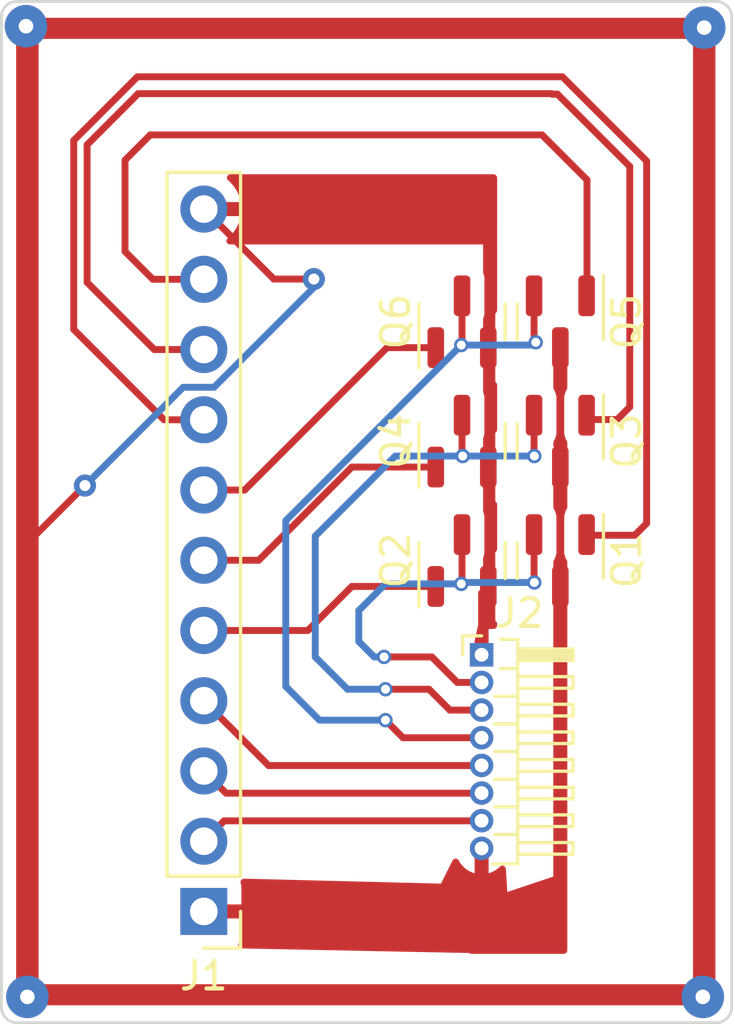
<source format=kicad_pcb>
(kicad_pcb (version 20211014) (generator pcbnew)
  (layers (0 "F.Cu" signal) (31 "B.Cu" signal) (34 "B.Paste" user) (35 "F.Paste" user) (36 "B.SilkS" user "B.Silkscreen") (37 "F.SilkS" user "F.Silkscreen") (38 "B.Mask" user) (39 "F.Mask" user) (44 "Edge.Cuts" user))
  (net 0 "")
  (net 1 "VDD_Ctrl")
  (net 2 "UHS")
  (net 3 "ULS")
  (net 4 "VHS")
  (net 5 "VLS")
  (net 6 "WHS")
  (net 7 "WLS")
  (net 8 "U")
  (net 9 "V")
  (net 10 "W")
  (net 11 "GND")
  (net 12 "HU")
  (net 13 "HV")
  (net 14 "HW")
  (footprint "Connector_PinHeader_1.00mm:PinHeader_1x08_P1.00mm_Horizontal" (layer "F.Cu") (at 144.701699 110.869603)
    (fp_text reference "J2" (at 1.375 -1.5) (layer "F.SilkS"))
    (fp_text value "Conn_01x08")
    (fp_line (start 3.31 4.79) (end 3.31 5.21) (layer "F.SilkS") (width 0.12))
    (fp_line (start 1.31 6.79) (end 3.31 6.79) (layer "F.SilkS") (width 0.12))
    (fp_line (start 3.31 2.79) (end 3.31 3.21) (layer "F.SilkS") (width 0.12))
    (fp_line (start 3.31 5.79) (end 3.31 6.21) (layer "F.SilkS") (width 0.12))
    (fp_line (start 3.31 4.21) (end 1.31 4.21) (layer "F.SilkS") (width 0.12))
    (fp_line (start 1.31 0.09) (end 3.31 0.09) (layer "F.SilkS") (width 0.12))
    (fp_line (start 1.31 1.79) (end 3.31 1.79) (layer "F.SilkS") (width 0.12))
    (fp_line (start 1.31 4.79) (end 3.31 4.79) (layer "F.SilkS") (width 0.12))
    (fp_line (start 0.685 -0.56) (end 1.31 -0.56) (layer "F.SilkS") (width 0.12))
    (fp_line (start 1.31 7.56) (end 0.394493 7.56) (layer "F.SilkS") (width 0.12))
    (fp_line (start 1.31 -0.15) (end 3.31 -0.15) (layer "F.SilkS") (width 0.12))
    (fp_line (start 0.468215 3.5) (end 1.31 3.5) (layer "F.SilkS") (width 0.12))
    (fp_line (start 0.685 0.5) (end 1.31 0.5) (layer "F.SilkS") (width 0.12))
    (fp_line (start 3.31 1.21) (end 1.31 1.21) (layer "F.SilkS") (width 0.12))
    (fp_line (start 0.468215 2.5) (end 1.31 2.5) (layer "F.SilkS") (width 0.12))
    (fp_line (start 3.31 0.21) (end 1.31 0.21) (layer "F.SilkS") (width 0.12))
    (fp_line (start 3.31 6.79) (end 3.31 7.21) (layer "F.SilkS") (width 0.12))
    (fp_line (start 1.31 3.79) (end 3.31 3.79) (layer "F.SilkS") (width 0.12))
    (fp_line (start 1.31 -0.03) (end 3.31 -0.03) (layer "F.SilkS") (width 0.12))
    (fp_line (start 3.31 1.79) (end 3.31 2.21) (layer "F.SilkS") (width 0.12))
    (fp_line (start 1.31 -0.21) (end 3.31 -0.21) (layer "F.SilkS") (width 0.12))
    (fp_line (start -0.685 0) (end -0.685 -0.685) (layer "F.SilkS") (width 0.12))
    (fp_line (start 3.31 6.21) (end 1.31 6.21) (layer "F.SilkS") (width 0.12))
    (fp_line (start -0.685 -0.685) (end 0 -0.685) (layer "F.SilkS") (width 0.12))
    (fp_line (start 3.31 3.21) (end 1.31 3.21) (layer "F.SilkS") (width 0.12))
    (fp_line (start 3.31 2.21) (end 1.31 2.21) (layer "F.SilkS") (width 0.12))
    (fp_line (start 0.468215 4.5) (end 1.31 4.5) (layer "F.SilkS") (width 0.12))
    (fp_line (start 3.31 7.21) (end 1.31 7.21) (layer "F.SilkS") (width 0.12))
    (fp_line (start 1.31 2.79) (end 3.31 2.79) (layer "F.SilkS") (width 0.12))
    (fp_line (start 3.31 0.79) (end 3.31 1.21) (layer "F.SilkS") (width 0.12))
    (fp_line (start 0.468215 1.5) (end 1.31 1.5) (layer "F.SilkS") (width 0.12))
    (fp_line (start 3.31 5.21) (end 1.31 5.21) (layer "F.SilkS") (width 0.12))
    (fp_line (start 1.31 -0.56) (end 1.31 7.56) (layer "F.SilkS") (width 0.12))
    (fp_line (start 1.31 0.79) (end 3.31 0.79) (layer "F.SilkS") (width 0.12))
    (fp_line (start 3.31 -0.21) (end 3.31 0.21) (layer "F.SilkS") (width 0.12))
    (fp_line (start 3.31 3.79) (end 3.31 4.21) (layer "F.SilkS") (width 0.12))
    (fp_line (start 0.468215 5.5) (end 1.31 5.5) (layer "F.SilkS") (width 0.12))
    (fp_line (start 0.468215 6.5) (end 1.31 6.5) (layer "F.SilkS") (width 0.12))
    (fp_line (start 1.31 5.79) (end 3.31 5.79) (layer "F.SilkS") (width 0.12))
    (pad "1" thru_hole rect (at 0 0) (size 0.85 0.85) (drill 0.5) (layers *.Cu *.Mask) (net 11 "GND"))
    (pad "2" thru_hole oval (at 0 1) (size 0.85 0.85) (drill 0.5) (layers *.Cu *.Mask) (net 8 "U"))
    (pad "3" thru_hole oval (at -0.000004 2.000003) (size 0.85 0.85) (drill 0.5) (layers *.Cu *.Mask) (net 9 "V"))
    (pad "4" thru_hole oval (at 0 3) (size 0.85 0.85) (drill 0.5) (layers *.Cu *.Mask) (net 10 "W"))
    (pad "5" thru_hole oval (at 0 4) (size 0.85 0.85) (drill 0.5) (layers *.Cu *.Mask) (net 14 "HW"))
    (pad "6" thru_hole oval (at 0 5) (size 0.85 0.85) (drill 0.5) (layers *.Cu *.Mask) (net 13 "HV"))
    (pad "7" thru_hole oval (at 0 6) (size 0.85 0.85) (drill 0.5) (layers *.Cu *.Mask) (net 12 "HU"))
    (pad "8" thru_hole oval (at 0 7) (size 0.85 0.85) (drill 0.5) (layers *.Cu *.Mask) (net 1 "VDD_Ctrl"))
  )
  (footprint "Package_TO_SOT_SMD:SOT-23" (layer "F.Cu") (at 143.993899 103.142803 90)
    (fp_text reference "Q4" (at 0 -2.4 90) (layer "F.SilkS"))
    (fp_text value "MMBF170")
    (fp_line (start 0 -1.56) (end 0.65 -1.56) (layer "F.SilkS") (width 0.12))
    (fp_line (start 0 1.56) (end -0.65 1.56) (layer "F.SilkS") (width 0.12))
    (fp_line (start 0 1.56) (end 0.65 1.56) (layer "F.SilkS") (width 0.12))
    (fp_line (start 0 -1.56) (end -1.675 -1.56) (layer "F.SilkS") (width 0.12))
    (pad "1" smd roundrect (at -0.9375 -0.95 90) (size 1.475 0.6) (layers "F.Cu" "F.Paste" "F.Mask") (net 5 "VLS"))
    (pad "2" smd roundrect (at -0.9375 0.95 90) (size 1.475 0.6) (layers "F.Cu" "F.Paste" "F.Mask") (net 11 "GND"))
    (pad "3" smd roundrect (at 0.9375 0 90) (size 1.475 0.6) (layers "F.Cu" "F.Paste" "F.Mask") (net 9 "V"))
  )
  (footprint "Connector_PinHeader_2.54mm:PinHeader_1x11_P2.54mm_Vertical" (layer "F.Cu") (at 134.652899 120.150803 180)
    (fp_text reference "J1" (at 0 -2.33 180) (layer "F.SilkS"))
    (fp_text value "Conn_01x11")
    (fp_line (start -1.33 0) (end -1.33 -1.33) (layer "F.SilkS") (width 0.12))
    (fp_line (start 1.33 1.27) (end 1.33 26.73) (layer "F.SilkS") (width 0.12))
    (fp_line (start -1.33 1.27) (end 1.33 1.27) (layer "F.SilkS") (width 0.12))
    (fp_line (start -1.33 1.27) (end -1.33 26.73) (layer "F.SilkS") (width 0.12))
    (fp_line (start -1.33 26.73) (end 1.33 26.73) (layer "F.SilkS") (width 0.12))
    (fp_line (start -1.33 -1.33) (end 0 -1.33) (layer "F.SilkS") (width 0.12))
    (pad "1" thru_hole rect (at 0 0 180) (size 1.7 1.7) (drill 1) (layers *.Cu *.Mask) (net 1 "VDD_Ctrl"))
    (pad "2" thru_hole oval (at 0 2.54 180) (size 1.7 1.7) (drill 1) (layers *.Cu *.Mask) (net 12 "HU"))
    (pad "3" thru_hole oval (at 0 5.08 180) (size 1.7 1.7) (drill 1) (layers *.Cu *.Mask) (net 13 "HV"))
    (pad "4" thru_hole oval (at 0 7.62 180) (size 1.7 1.7) (drill 1) (layers *.Cu *.Mask) (net 14 "HW"))
    (pad "5" thru_hole oval (at 0 10.16 180) (size 1.7 1.7) (drill 1) (layers *.Cu *.Mask) (net 3 "ULS"))
    (pad "6" thru_hole oval (at 0 12.7 180) (size 1.7 1.7) (drill 1) (layers *.Cu *.Mask) (net 5 "VLS"))
    (pad "7" thru_hole oval (at 0 15.24 180) (size 1.7 1.7) (drill 1) (layers *.Cu *.Mask) (net 7 "WLS"))
    (pad "8" thru_hole oval (at 0 17.78 180) (size 1.7 1.7) (drill 1) (layers *.Cu *.Mask) (net 2 "UHS"))
    (pad "9" thru_hole oval (at 0 20.32 180) (size 1.7 1.7) (drill 1) (layers *.Cu *.Mask) (net 4 "VHS"))
    (pad "10" thru_hole oval (at 0 22.86 180) (size 1.7 1.7) (drill 1) (layers *.Cu *.Mask) (net 6 "WHS"))
    (pad "11" thru_hole oval (at 0 25.4 180) (size 1.7 1.7) (drill 1) (layers *.Cu *.Mask) (net 11 "GND"))
  )
  (footprint "Package_TO_SOT_SMD:SOT-23" (layer "F.Cu") (at 143.993899 107.460803 90)
    (fp_text reference "Q2" (at 0 -2.4 90) (layer "F.SilkS"))
    (fp_text value "MMBF170")
    (fp_line (start 0 -1.56) (end -1.675 -1.56) (layer "F.SilkS") (width 0.12))
    (fp_line (start 0 1.56) (end -0.65 1.56) (layer "F.SilkS") (width 0.12))
    (fp_line (start 0 1.56) (end 0.65 1.56) (layer "F.SilkS") (width 0.12))
    (fp_line (start 0 -1.56) (end 0.65 -1.56) (layer "F.SilkS") (width 0.12))
    (pad "1" smd roundrect (at -0.9375 -0.95 90) (size 1.475 0.6) (layers "F.Cu" "F.Paste" "F.Mask") (net 3 "ULS"))
    (pad "2" smd roundrect (at -0.9375 0.95 90) (size 1.475 0.6) (layers "F.Cu" "F.Paste" "F.Mask") (net 11 "GND"))
    (pad "3" smd roundrect (at 0.9375 0 90) (size 1.475 0.6) (layers "F.Cu" "F.Paste" "F.Mask") (net 8 "U"))
  )
  (footprint "Package_TO_SOT_SMD:SOT-23" (layer "F.Cu") (at 147.549899 103.142803 -90)
    (fp_text reference "Q3" (at 0 -2.4 90) (layer "F.SilkS"))
    (fp_text value "MMBF170")
    (fp_line (start 0 1.56) (end 0.65 1.56) (layer "F.SilkS") (width 0.12))
    (fp_line (start 0 -1.56) (end -1.675 -1.56) (layer "F.SilkS") (width 0.12))
    (fp_line (start 0 -1.56) (end 0.65 -1.56) (layer "F.SilkS") (width 0.12))
    (fp_line (start 0 1.56) (end -0.65 1.56) (layer "F.SilkS") (width 0.12))
    (pad "1" smd roundrect (at -0.9375 -0.95 270) (size 1.475 0.6) (layers "F.Cu" "F.Paste" "F.Mask") (net 4 "VHS"))
    (pad "2" smd roundrect (at -0.9375 0.95 270) (size 1.475 0.6) (layers "F.Cu" "F.Paste" "F.Mask") (net 9 "V"))
    (pad "3" smd roundrect (at 0.9375 0 270) (size 1.475 0.6) (layers "F.Cu" "F.Paste" "F.Mask") (net 1 "VDD_Ctrl"))
  )
  (footprint "Package_TO_SOT_SMD:SOT-23" (layer "F.Cu") (at 147.549899 98.824803 -90)
    (fp_text reference "Q5" (at 0 -2.4 90) (layer "F.SilkS"))
    (fp_text value "MMBF170")
    (fp_line (start 0 -1.56) (end -1.675 -1.56) (layer "F.SilkS") (width 0.12))
    (fp_line (start 0 1.56) (end 0.65 1.56) (layer "F.SilkS") (width 0.12))
    (fp_line (start 0 1.56) (end -0.65 1.56) (layer "F.SilkS") (width 0.12))
    (fp_line (start 0 -1.56) (end 0.65 -1.56) (layer "F.SilkS") (width 0.12))
    (pad "1" smd roundrect (at -0.9375 -0.95 270) (size 1.475 0.6) (layers "F.Cu" "F.Paste" "F.Mask") (net 6 "WHS"))
    (pad "2" smd roundrect (at -0.9375 0.95 270) (size 1.475 0.6) (layers "F.Cu" "F.Paste" "F.Mask") (net 10 "W"))
    (pad "3" smd roundrect (at 0.9375 0 270) (size 1.475 0.6) (layers "F.Cu" "F.Paste" "F.Mask") (net 1 "VDD_Ctrl"))
  )
  (footprint "Package_TO_SOT_SMD:SOT-23" (layer "F.Cu") (at 143.993899 98.824803 90)
    (fp_text reference "Q6" (at 0 -2.4 90) (layer "F.SilkS"))
    (fp_text value "MMBF170")
    (fp_line (start 0 1.56) (end 0.65 1.56) (layer "F.SilkS") (width 0.12))
    (fp_line (start 0 -1.56) (end -1.675 -1.56) (layer "F.SilkS") (width 0.12))
    (fp_line (start 0 1.56) (end -0.65 1.56) (layer "F.SilkS") (width 0.12))
    (fp_line (start 0 -1.56) (end 0.65 -1.56) (layer "F.SilkS") (width 0.12))
    (pad "1" smd roundrect (at -0.9375 -0.95 90) (size 1.475 0.6) (layers "F.Cu" "F.Paste" "F.Mask") (net 7 "WLS"))
    (pad "2" smd roundrect (at -0.9375 0.95 90) (size 1.475 0.6) (layers "F.Cu" "F.Paste" "F.Mask") (net 11 "GND"))
    (pad "3" smd roundrect (at 0.9375 0 90) (size 1.475 0.6) (layers "F.Cu" "F.Paste" "F.Mask") (net 10 "W"))
  )
  (footprint "Package_TO_SOT_SMD:SOT-23" (layer "F.Cu") (at 147.549899 107.460803 -90)
    (fp_text reference "Q1" (at 0 -2.4 90) (layer "F.SilkS"))
    (fp_text value "MMBF170")
    (fp_line (start 0 -1.56) (end -1.675 -1.56) (layer "F.SilkS") (width 0.12))
    (fp_line (start 0 -1.56) (end 0.65 -1.56) (layer "F.SilkS") (width 0.12))
    (fp_line (start 0 1.56) (end 0.65 1.56) (layer "F.SilkS") (width 0.12))
    (fp_line (start 0 1.56) (end -0.65 1.56) (layer "F.SilkS") (width 0.12))
    (pad "1" smd roundrect (at -0.9375 -0.95 270) (size 1.475 0.6) (layers "F.Cu" "F.Paste" "F.Mask") (net 2 "UHS"))
    (pad "2" smd roundrect (at -0.9375 0.95 270) (size 1.475 0.6) (layers "F.Cu" "F.Paste" "F.Mask") (net 8 "U"))
    (pad "3" smd roundrect (at 0.9375 0 270) (size 1.475 0.6) (layers "F.Cu" "F.Paste" "F.Mask") (net 1 "VDD_Ctrl"))
  )
  (gr_line (start 127.890299 87.242403) (end 153.188699 87.242403) (layer "Edge.Cuts") (width 0.1))
  (gr_arc (start 127.892603 124.176307) (mid 127.495843 124.011963) (end 127.331499 123.615203) (layer "Edge.Cuts") (width 0.1))
  (gr_arc (start 153.188699 87.240099) (mid 153.585459 87.404443) (end 153.749803 87.801203) (layer "Edge.Cuts") (width 0.1))
  (gr_line (start 153.188699 124.174003) (end 127.892603 124.174003) (layer "Edge.Cuts") (width 0.1))
  (gr_arc (start 127.329195 87.803507) (mid 127.493539 87.406747) (end 127.890299 87.242403) (layer "Edge.Cuts") (width 0.1))
  (gr_line (start 153.749803 87.801203) (end 153.749803 123.612899) (layer "Edge.Cuts") (width 0.1))
  (gr_line (start 127.331499 123.615203) (end 127.331499 87.803507) (layer "Edge.Cuts") (width 0.1))
  (gr_arc (start 153.749803 123.612899) (mid 153.585459 124.009659) (end 153.188699 124.174003) (layer "Edge.Cuts") (width 0.1))
  (segment (start 144.701699 117.869603) (end 144.701699 118.792603) (width 0.25) (layer "F.Cu") (net 1))
  (segment (start 143.343499 120.150803) (end 134.652899 120.150803) (width 0.25) (layer "F.Cu") (net 1))
  (segment (start 144.701699 118.792603) (end 143.343499 120.150803) (width 0.25) (layer "F.Cu") (net 1))
  (segment (start 129.9464 99.102904) (end 133.214299 102.370803) (width 0.25) (layer "F.Cu") (net 2))
  (segment (start 150.242299 106.546403) (end 150.6728 106.115902) (width 0.25) (layer "F.Cu") (net 2))
  (segment (start 133.214299 102.370803) (end 134.652899 102.370803) (width 0.25) (layer "F.Cu") (net 2))
  (segment (start 148.522999 106.546403) (end 150.242299 106.546403) (width 0.25) (layer "F.Cu") (net 2))
  (segment (start 129.9464 92.271506) (end 129.9464 99.102904) (width 0.25) (layer "F.Cu") (net 2))
  (segment (start 132.251106 89.9668) (end 129.9464 92.271506) (width 0.25) (layer "F.Cu") (net 2))
  (segment (start 150.6728 106.115902) (end 150.6728 93.0148) (width 0.25) (layer "F.Cu") (net 2))
  (segment (start 147.6248 89.9668) (end 132.251106 89.9668) (width 0.25) (layer "F.Cu") (net 2))
  (segment (start 150.6728 93.0148) (end 147.6248 89.9668) (width 0.25) (layer "F.Cu") (net 2))
  (segment (start 148.499899 106.523303) (end 148.522999 106.546403) (width 0.25) (layer "F.Cu") (net 2))
  (segment (start 138.415899 109.990803) (end 140.008399 108.398303) (width 0.25) (layer "F.Cu") (net 3))
  (segment (start 134.652899 109.990803) (end 138.415899 109.990803) (width 0.25) (layer "F.Cu") (net 3))
  (segment (start 140.008399 108.398303) (end 143.043899 108.398303) (width 0.25) (layer "F.Cu") (net 3))
  (segment (start 132.858699 99.830803) (end 130.430299 97.402403) (width 0.25) (layer "F.Cu") (net 4))
  (segment (start 150.0632 93.211403) (end 147.447 90.595203) (width 0.25) (layer "F.Cu") (net 4))
  (segment (start 148.499899 102.205303) (end 148.656596 102.362) (width 0.25) (layer "F.Cu") (net 4))
  (segment (start 147.231608 90.5764) (end 147.250404 90.595196) (width 0.25) (layer "F.Cu") (net 4))
  (segment (start 147.250397 90.595203) (end 147.448299 90.595203) (width 0.25) (layer "F.Cu") (net 4))
  (segment (start 130.430299 92.424003) (end 132.259099 90.595203) (width 0.25) (layer "F.Cu") (net 4))
  (segment (start 132.277891 90.5764) (end 147.231608 90.5764) (width 0.25) (layer "F.Cu") (net 4))
  (segment (start 130.430299 97.402403) (end 130.430299 92.424003) (width 0.25) (layer "F.Cu") (net 4))
  (segment (start 147.447 90.595203) (end 147.250397 90.595203) (width 0.25) (layer "F.Cu") (net 4))
  (segment (start 148.656596 102.362) (end 149.606 102.362) (width 0.25) (layer "F.Cu") (net 4))
  (segment (start 132.259095 90.595196) (end 132.277891 90.5764) (width 0.25) (layer "F.Cu") (net 4))
  (segment (start 134.652899 99.830803) (end 132.858699 99.830803) (width 0.25) (layer "F.Cu") (net 4))
  (segment (start 150.0632 101.9048) (end 150.0632 93.211403) (width 0.25) (layer "F.Cu") (net 4))
  (segment (start 149.606 102.362) (end 150.0632 101.9048) (width 0.25) (layer "F.Cu") (net 4))
  (segment (start 140.008399 104.080303) (end 143.043899 104.080303) (width 0.25) (layer "F.Cu") (net 5))
  (segment (start 136.637899 107.450803) (end 140.008399 104.080303) (width 0.25) (layer "F.Cu") (net 5))
  (segment (start 134.652899 107.450803) (end 136.637899 107.450803) (width 0.25) (layer "F.Cu") (net 5))
  (segment (start 134.652899 97.290803) (end 132.807899 97.290803) (width 0.25) (layer "F.Cu") (net 6))
  (segment (start 131.801899 96.284803) (end 131.801899 92.982803) (width 0.25) (layer "F.Cu") (net 6))
  (segment (start 148.515099 93.694003) (end 148.515099 97.872103) (width 0.25) (layer "F.Cu") (net 6))
  (segment (start 132.716299 92.068403) (end 146.889499 92.068403) (width 0.25) (layer "F.Cu") (net 6))
  (segment (start 146.889499 92.068403) (end 148.515099 93.694003) (width 0.25) (layer "F.Cu") (net 6))
  (segment (start 132.807899 97.290803) (end 131.801899 96.284803) (width 0.25) (layer "F.Cu") (net 6))
  (segment (start 148.515099 97.872103) (end 148.499899 97.887303) (width 0.25) (layer "F.Cu") (net 6))
  (segment (start 131.801899 92.982803) (end 132.716299 92.068403) (width 0.25) (layer "F.Cu") (net 6))
  (segment (start 136.129899 104.910803) (end 141.278399 99.762303) (width 0.25) (layer "F.Cu") (net 7))
  (segment (start 141.278399 99.762303) (end 143.043899 99.762303) (width 0.25) (layer "F.Cu") (net 7))
  (segment (start 134.652899 104.910803) (end 136.129899 104.910803) (width 0.25) (layer "F.Cu") (net 7))
  (segment (start 143.822803 111.869603) (end 144.701699 111.869603) (width 0.25) (layer "F.Cu") (net 8))
  (segment (start 143.993899 106.523303) (end 143.993899 108.278901) (width 0.25) (layer "F.Cu") (net 8))
  (segment (start 143.993899 108.278901) (end 143.9672 108.3056) (width 0.25) (layer "F.Cu") (net 8))
  (segment (start 141.1732 110.9472) (end 142.9004 110.9472) (width 0.25) (layer "F.Cu") (net 8))
  (segment (start 146.599899 108.245899) (end 146.6088 108.2548) (width 0.25) (layer "F.Cu") (net 8))
  (segment (start 146.599899 106.523303) (end 146.599899 108.245899) (width 0.25) (layer "F.Cu") (net 8))
  (segment (start 142.9004 110.9472) (end 143.822803 111.869603) (width 0.25) (layer "F.Cu") (net 8))
  (via (at 143.9672 108.3056) (size 0.5206) (drill 0.3238) (layers "F.Cu" "B.Cu") (net 8))
  (via (at 146.6088 108.2548) (size 0.5206) (drill 0.3238) (layers "F.Cu" "B.Cu") (net 8))
  (via (at 141.1732 110.9472) (size 0.5206) (drill 0.3238) (layers "F.Cu" "B.Cu") (net 8))
  (segment (start 143.9672 108.3056) (end 144.018 108.2548) (width 0.25) (layer "B.Cu") (net 8))
  (segment (start 144.018 108.2548) (end 146.6088 108.2548) (width 0.25) (layer "B.Cu") (net 8))
  (segment (start 141.224 108.3056) (end 140.2588 109.2708) (width 0.25) (layer "B.Cu") (net 8))
  (segment (start 140.8176 110.9472) (end 141.1732 110.9472) (width 0.25) (layer "B.Cu") (net 8))
  (segment (start 143.9672 108.3056) (end 141.224 108.3056) (width 0.25) (layer "B.Cu") (net 8))
  (segment (start 140.2588 110.3884) (end 140.8176 110.9472) (width 0.25) (layer "B.Cu") (net 8))
  (segment (start 140.2588 109.2708) (end 140.2588 110.3884) (width 0.25) (layer "B.Cu") (net 8))
  (segment (start 142.7988 112.1156) (end 143.552806 112.869606) (width 0.25) (layer "F.Cu") (net 9))
  (segment (start 143.552806 112.869606) (end 144.701695 112.869606) (width 0.25) (layer "F.Cu") (net 9))
  (segment (start 141.224 112.1156) (end 142.7988 112.1156) (width 0.25) (layer "F.Cu") (net 9))
  (segment (start 146.599899 103.673899) (end 146.6088 103.6828) (width 0.25) (layer "F.Cu") (net 9))
  (segment (start 146.599899 102.205303) (end 146.599899 103.673899) (width 0.25) (layer "F.Cu") (net 9))
  (segment (start 143.993899 103.658699) (end 144.018 103.6828) (width 0.25) (layer "F.Cu") (net 9))
  (segment (start 143.993899 102.205303) (end 143.993899 103.658699) (width 0.25) (layer "F.Cu") (net 9))
  (via (at 144.018 103.6828) (size 0.5206) (drill 0.3238) (layers "F.Cu" "B.Cu") (net 9))
  (via (at 146.6088 103.6828) (size 0.5206) (drill 0.3238) (layers "F.Cu" "B.Cu") (net 9))
  (via (at 141.224 112.1156) (size 0.5206) (drill 0.3238) (layers "F.Cu" "B.Cu") (net 9))
  (segment (start 138.684 110.9472) (end 139.8524 112.1156) (width 0.25) (layer "B.Cu") (net 9))
  (segment (start 144.018 103.6828) (end 141.5796 103.6828) (width 0.25) (layer "B.Cu") (net 9))
  (segment (start 138.684 106.5784) (end 138.684 110.9472) (width 0.25) (layer "B.Cu") (net 9))
  (segment (start 144.018 103.6828) (end 146.6088 103.6828) (width 0.25) (layer "B.Cu") (net 9))
  (segment (start 141.5796 103.6828) (end 138.684 106.5784) (width 0.25) (layer "B.Cu") (net 9))
  (segment (start 139.8524 112.1156) (end 141.224 112.1156) (width 0.25) (layer "B.Cu") (net 9))
  (segment (start 143.993899 97.887303) (end 143.993899 99.642901) (width 0.25) (layer "F.Cu") (net 10))
  (segment (start 146.599899 99.508299) (end 146.6596 99.568) (width 0.25) (layer "F.Cu") (net 10))
  (segment (start 141.860403 113.869603) (end 144.701699 113.869603) (width 0.25) (layer "F.Cu") (net 10))
  (segment (start 143.993899 99.642901) (end 143.9672 99.6696) (width 0.25) (layer "F.Cu") (net 10))
  (segment (start 146.599899 97.887303) (end 146.599899 99.508299) (width 0.25) (layer "F.Cu") (net 10))
  (segment (start 141.224 113.2332) (end 141.860403 113.869603) (width 0.25) (layer "F.Cu") (net 10))
  (via (at 141.224 113.2332) (size 0.5206) (drill 0.3238) (layers "F.Cu" "B.Cu") (net 10))
  (via (at 143.9672 99.6696) (size 0.5206) (drill 0.3238) (layers "F.Cu" "B.Cu") (net 10))
  (via (at 146.6596 99.568) (size 0.5206) (drill 0.3238) (layers "F.Cu" "B.Cu") (net 10))
  (segment (start 137.6172 112.014) (end 138.8364 113.2332) (width 0.25) (layer "B.Cu") (net 10))
  (segment (start 146.558 99.6696) (end 146.6596 99.568) (width 0.25) (layer "B.Cu") (net 10))
  (segment (start 143.9672 99.6696) (end 137.6172 106.0196) (width 0.25) (layer "B.Cu") (net 10))
  (segment (start 137.6172 106.0196) (end 137.6172 112.014) (width 0.25) (layer "B.Cu") (net 10))
  (segment (start 143.9672 99.6696) (end 146.558 99.6696) (width 0.25) (layer "B.Cu") (net 10))
  (segment (start 138.8364 113.2332) (end 141.224 113.2332) (width 0.25) (layer "B.Cu") (net 10))
  (segment (start 130.3528 104.7496) (end 128.27 106.8324) (width 0.25) (layer "F.Cu") (net 11))
  (segment (start 144.701699 108.640503) (end 144.943899 108.398303) (width 0.25) (layer "F.Cu") (net 11))
  (segment (start 137.184096 97.282) (end 138.6332 97.282) (width 0.25) (layer "F.Cu") (net 11))
  (segment (start 144.701699 110.869603) (end 144.701699 108.640503) (width 0.25) (layer "F.Cu") (net 11))
  (segment (start 134.652899 94.750803) (end 137.184096 97.282) (width 0.25) (layer "F.Cu") (net 11))
  (segment (start 128.27 106.8324) (end 128.27 123.2408) (width 0.25) (layer "F.Cu") (net 11))
  (via (at 152.7048 123.2408) (size 1.5366) (drill 0.527) (layers "F.Cu" "B.Cu") (net 11))
  (via (at 152.7556 88.1888) (size 1.5366) (drill 0.527) (layers "F.Cu" "B.Cu") (net 11))
  (via (at 130.3528 104.7496) (size 0.8) (drill 0.4) (layers "F.Cu" "B.Cu") (net 11))
  (via (at 128.2192 88.138) (size 1.5366) (drill 0.527) (layers "F.Cu" "B.Cu") (net 11))
  (via (at 138.6332 97.282) (size 0.8) (drill 0.4) (layers "F.Cu" "B.Cu") (net 11))
  (via (at 128.27 123.2408) (size 1.5366) (drill 0.527) (layers "F.Cu" "B.Cu") (net 11))
  (segment (start 138.6332 97.5868) (end 135.024197 101.195803) (width 0.25) (layer "B.Cu") (net 11))
  (segment (start 135.024197 101.195803) (end 133.906597 101.195803) (width 0.25) (layer "B.Cu") (net 11))
  (segment (start 138.6332 97.282) (end 138.6332 97.5868) (width 0.25) (layer "B.Cu") (net 11))
  (segment (start 133.906597 101.195803) (end 130.3528 104.7496) (width 0.25) (layer "B.Cu") (net 11))
  (segment (start 144.755899 116.874803) (end 135.388899 116.874803) (width 0.25) (layer "F.Cu") (net 12))
  (segment (start 135.388899 116.874803) (end 134.652899 117.610803) (width 0.25) (layer "F.Cu") (net 12))
  (segment (start 144.755903 115.8748) (end 135.456896 115.8748) (width 0.25) (layer "F.Cu") (net 13))
  (segment (start 135.456896 115.8748) (end 134.652899 115.070803) (width 0.25) (layer "F.Cu") (net 13))
  (segment (start 144.755899 114.874803) (end 136.996899 114.874803) (width 0.25) (layer "F.Cu") (net 14))
  (segment (start 136.996899 114.874803) (end 134.652899 112.530803) (width 0.25) (layer "F.Cu") (net 14))
  (zone (net 11) (net_name "GND") (layer "F.Cu") (connect_pads (clearance 0.508)) (min_thickness 0.254) (fill yes (thermal_gap 0.508) (thermal_bridge_width 0.508))
    (polygon (pts (xy 153.162 123.5964) (xy 152.3492 123.5964) (xy 152.3492 87.7316) (xy 153.162 87.7316)))
  )
  (zone (net 11) (net_name "GND") (layer "F.Cu") (connect_pads (clearance 0.508)) (min_thickness 0.254) (fill yes (thermal_gap 0.508) (thermal_bridge_width 0.508))
    (polygon (pts (xy 145.263899 111.270803) (xy 144.247899 111.270803) (xy 144.755899 108.984803) (xy 144.755899 95.776803) (xy 145.263899 95.268803)))
  )
  (zone (net 1) (net_name "VDD_Ctrl") (layer "F.Cu") (connect_pads (clearance 0.508)) (min_thickness 0.254) (fill yes (thermal_gap 0.508) (thermal_bridge_width 0.508))
    (polygon (pts (xy 145.771899 121.684803) (xy 133.071899 121.430803) (xy 133.071899 118.890803) (xy 143.231899 119.144803) (xy 143.993899 117.620803) (xy 145.517899 117.620803)))
  )
  (zone (net 11) (net_name "GND") (layer "F.Cu") (connect_pads (clearance 0.508)) (min_thickness 0.254) (fill yes (thermal_gap 0.508) (thermal_bridge_width 0.508))
    (polygon (pts (xy 153.2636 88.5952) (xy 127.8636 88.5952) (xy 127.8636 87.8332) (xy 153.2636 87.8332)))
  )
  (zone (net 11) (net_name "GND") (layer "F.Cu") (connect_pads (clearance 0.508)) (min_thickness 0.254) (fill yes (thermal_gap 0.508) (thermal_bridge_width 0.508))
    (polygon (pts (xy 145.263899 96.030803) (xy 133.579899 96.030803) (xy 133.579899 93.490803) (xy 145.263899 93.490803)))
  )
  (zone (net 1) (net_name "VDD_Ctrl") (layer "F.Cu") (connect_pads (clearance 0.508)) (min_thickness 0.254) (fill yes (thermal_gap 0.508) (thermal_bridge_width 0.508))
    (polygon (pts (xy 147.803899 121.684803) (xy 144.247899 121.684803) (xy 144.247899 119.906803) (xy 147.295899 118.890803) (xy 147.295899 98.824803) (xy 147.803899 98.824803)))
  )
  (zone (net 11) (net_name "GND") (layer "F.Cu") (connect_pads (clearance 0.508)) (min_thickness 0.254) (fill yes (thermal_gap 0.508) (thermal_bridge_width 0.508))
    (polygon (pts (xy 128.6764 123.7488) (xy 127.8636 123.7488) (xy 127.8636 87.6808) (xy 128.6764 87.6808)))
  )
  (zone (net 11) (net_name "GND") (layer "F.Cu") (connect_pads (clearance 0.508)) (min_thickness 0.254) (fill yes (thermal_gap 0.508) (thermal_bridge_width 0.508))
    (polygon (pts (xy 153.1112 123.5456) (xy 127.762 123.5456) (xy 127.762 122.7836) (xy 153.1112 122.7836)))
  )
)
</source>
